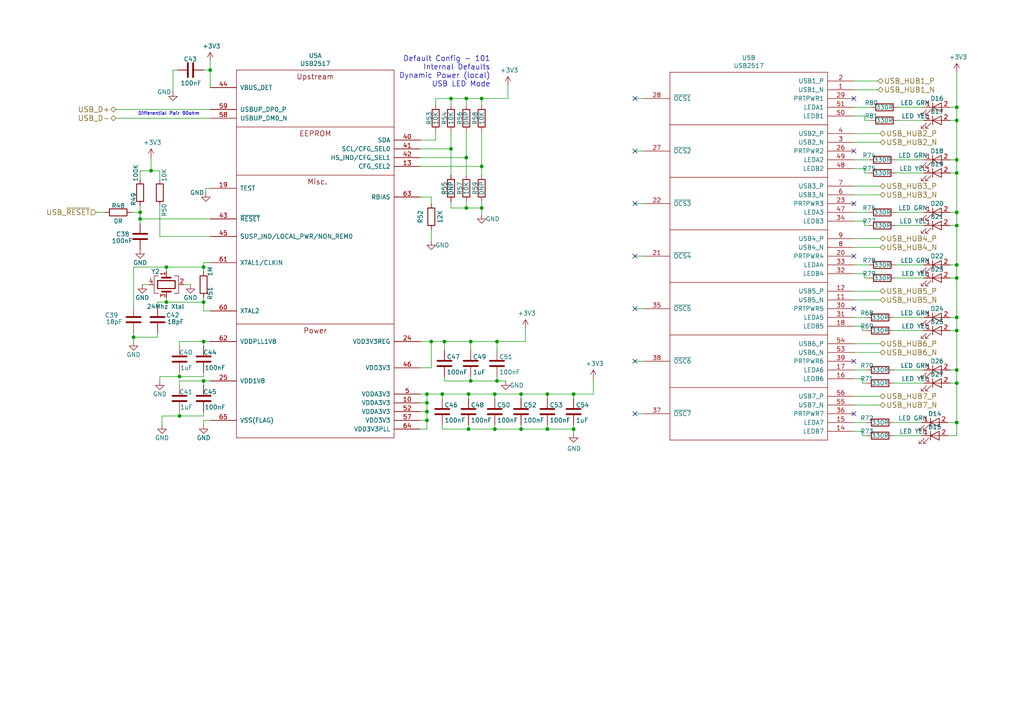
<source format=kicad_sch>
(kicad_sch (version 20211123) (generator eeschema)
  (paper "A4")
  (title_block (title "84HP HILTOP Backplane") (date "2023-04-06") (rev "A") (company "Devtank Ltd") (comment 1 "Part No: 304-020"))
  (lib_symbols
    (symbol "Device:Crystal_GND24" (pin_names (offset 1.016) hide)
      (property "Reference" "Y" (at 3.175 5.08 0))
      (property "Value" "Crystal_GND24" (at 3.175 3.175 0))
      (symbol "Crystal_GND24_0_1"
        (rectangle (start -1.143 2.54) (end 1.143 -2.54) (stroke (width 0.3048)))
        (polyline (pts (xy -2.54 0) (xy -2.032 0)))
        (polyline (pts (xy -2.032 -1.27) (xy -2.032 1.27)) (stroke (width 0.508)))
        (polyline (pts (xy 0 -3.81) (xy 0 -3.556)))
        (polyline (pts (xy 0 3.556) (xy 0 3.81)))
        (polyline (pts (xy 2.032 -1.27) (xy 2.032 1.27)) (stroke (width 0.508)))
        (polyline (pts (xy 2.032 0) (xy 2.54 0)))
        (polyline (pts (xy -2.54 -2.286) (xy -2.54 -3.556) (xy 2.54 -3.556) (xy 2.54 -2.286)))
        (polyline (pts (xy -2.54 2.286) (xy -2.54 3.556) (xy 2.54 3.556) (xy 2.54 2.286)))
      )
      (symbol "Crystal_GND24_1_1"
        (pin passive line (at -3.81 0 0) (length 1.27) (name "1") (number "1"))
        (pin passive line (at 0 5.08 270) (length 1.27) (name "2") (number "2"))
        (pin passive line (at 3.81 0 180) (length 1.27) (name "3") (number "3"))
        (pin passive line (at 0 -5.08 90) (length 1.27) (name "4") (number "4"))
      )
    )
    (symbol "hiltop_backplane_brd-rescue:C-device-hiltop_backplane_brd-rescue" (pin_numbers hide) (pin_names (offset 0.254))
      (property "Reference" "C" (at 0.635 2.54 0))
      (property "Value" "C-device-hiltop_backplane_brd-rescue" (at 0.635 -2.54 0))
      (symbol "C-device-hiltop_backplane_brd-rescue_0_1"
        (polyline (pts (xy -2.032 -0.762) (xy 2.032 -0.762)) (stroke (width 0.508)))
        (polyline (pts (xy -2.032 0.762) (xy 2.032 0.762)) (stroke (width 0.508)))
      )
      (symbol "C-device-hiltop_backplane_brd-rescue_1_1"
        (pin passive line (at 0 3.81 270) (length 2.794) (name "~") (number "1"))
        (pin passive line (at 0 -3.81 90) (length 2.794) (name "~") (number "2"))
      )
    )
    (symbol "hiltop_backplane_brd-rescue:LED-device-hiltop_backplane_brd-rescue" (pin_names (offset 1.016) hide)
      (property "Reference" "D" (at 0 2.54 0))
      (property "Value" "LED-device-hiltop_backplane_brd-rescue" (at 0 -2.54 0))
      (symbol "LED-device-hiltop_backplane_brd-rescue_0_1"
        (polyline (pts (xy -1.27 -1.27) (xy -1.27 1.27)) (stroke (width 0.2032)))
        (polyline (pts (xy -1.27 0) (xy 1.27 0)))
        (polyline (pts (xy 1.27 -1.27) (xy 1.27 1.27) (xy -1.27 0) (xy 1.27 -1.27)) (stroke (width 0.2032)))
        (polyline (pts (xy -3.048 -0.762) (xy -4.572 -2.286) (xy -3.81 -2.286) (xy -4.572 -2.286) (xy -4.572 -1.524)))
        (polyline (pts (xy -1.778 -0.762) (xy -3.302 -2.286) (xy -2.54 -2.286) (xy -3.302 -2.286) (xy -3.302 -1.524)))
      )
      (symbol "LED-device-hiltop_backplane_brd-rescue_1_1"
        (pin passive line (at -3.81 0 0) (length 2.54) (name "K") (number "1"))
        (pin passive line (at 3.81 0 180) (length 2.54) (name "A") (number "2"))
      )
    )
    (symbol "hiltop_backplane_brd-rescue:R-device-hiltop_backplane_brd-rescue" (pin_numbers hide) (pin_names (offset 0))
      (property "Reference" "R" (at 2.032 0 90))
      (property "Value" "R-device-hiltop_backplane_brd-rescue" (at 0 0 90))
      (symbol "R-device-hiltop_backplane_brd-rescue_0_1"
        (rectangle (start -1.016 -2.54) (end 1.016 2.54) (stroke (width 0.254)))
      )
      (symbol "R-device-hiltop_backplane_brd-rescue_1_1"
        (pin passive line (at 0 3.81 270) (length 1.27) (name "~") (number "1"))
        (pin passive line (at 0 -3.81 90) (length 1.27) (name "~") (number "2"))
      )
    )
    (symbol "hiltop_backplane_brd-rescue:USB2517-Devtank-hiltop_backplane_brd-rescue" (pin_names (offset 1.016))
      (property "Reference" "U" (at -20.955 -61.595 0))
      (property "Value" "USB2517-Devtank-hiltop_backplane_brd-rescue" (at 18.415 -61.595 0))
      (symbol "USB2517-Devtank-hiltop_backplane_brd-rescue_1_0"
        (rectangle (start -22.86 -59.69) (end 22.86 46.99))
        (polyline (pts (xy -22.86 -26.67) (xy 22.86 -26.67)))
        (polyline (pts (xy -22.86 16.51) (xy 22.86 16.51)))
        (text "EEPROM" (at 0 28.575 0) (effects (font (size 1.524 1.524))))
        (text "Misc." (at 0.635 14.605 0) (effects (font (size 1.524 1.524))))
        (text "Power" (at 0 -28.575 0) (effects (font (size 1.524 1.524))))
        (text "Upstream" (at 0 45.085 0) (effects (font (size 1.524 1.524))))
      )
      (symbol "USB2517-Devtank-hiltop_backplane_brd-rescue_1_1"
        (polyline (pts (xy -22.86 30.48) (xy 22.86 30.48)))
        (pin input line (at 30.48 -49.53 180) (length 7.62) (name "VDDA3V3") (number "10"))
        (pin input line (at 30.48 19.05 180) (length 7.62) (name "CFG_SEL2") (number "13"))
        (pin input line (at -30.48 12.7 0) (length 7.62) (name "TEST") (number "19"))
        (pin input line (at 30.48 -31.75 180) (length 7.62) (name "VDD3V3REG") (number "24"))
        (pin input line (at -30.48 -43.18 0) (length 7.62) (name "VDD1V8") (number "25"))
        (pin bidirectional line (at 30.48 26.67 180) (length 7.62) (name "SDA") (number "40"))
        (pin bidirectional line (at 30.48 24.13 180) (length 7.62) (name "SCL/CFG_SEL0") (number "41"))
        (pin input line (at 30.48 21.59 180) (length 7.62) (name "HS_IND/CFG_SEL1") (number "42"))
        (pin input line (at -30.48 3.81 0) (length 7.62) (name "~{RESET}") (number "43"))
        (pin input line (at -30.48 41.91 0) (length 7.62) (name "VBUS_DET") (number "44"))
        (pin input line (at -30.48 -1.27 0) (length 7.62) (name "SUSP_IND/LOCAL_PWR/NON_REM0") (number "45"))
        (pin input line (at 30.48 -39.37 180) (length 7.62) (name "VDD3V3") (number "46"))
        (pin input line (at 30.48 -46.99 180) (length 7.62) (name "VDDA3V3") (number "5"))
        (pin input line (at 30.48 -52.07 180) (length 7.62) (name "VDDA3V3") (number "52"))
        (pin input line (at 30.48 -54.61 180) (length 7.62) (name "VDD3V3") (number "57"))
        (pin input line (at -30.48 33.02 0) (length 7.62) (name "USBUP_DM0_N") (number "58"))
        (pin input line (at -30.48 35.56 0) (length 7.62) (name "USBUP_DP0_P") (number "59"))
        (pin bidirectional line (at -30.48 -22.86 0) (length 7.62) (name "XTAL2") (number "60"))
        (pin bidirectional line (at -30.48 -8.89 0) (length 7.62) (name "XTAL1/CLKIN") (number "61"))
        (pin input line (at -30.48 -31.75 0) (length 7.62) (name "VDDPLL1V8") (number "62"))
        (pin input line (at 30.48 10.16 180) (length 7.62) (name "RBIAS") (number "63"))
        (pin input line (at 30.48 -57.15 180) (length 7.62) (name "VDD3V3PLL") (number "64"))
        (pin input line (at -30.48 -54.61 0) (length 7.62) (name "VSS(FLAG)") (number "65"))
      )
      (symbol "USB2517-Devtank-hiltop_backplane_brd-rescue_2_0"
        (rectangle (start -22.86 -59.69) (end 22.86 46.99))
        (polyline (pts (xy 22.86 -44.45) (xy -22.86 -44.45)))
        (polyline (pts (xy 22.86 -29.21) (xy -22.86 -29.21)))
        (polyline (pts (xy 22.86 -13.97) (xy -22.86 -13.97)))
        (polyline (pts (xy 22.86 1.27) (xy -22.86 1.27)))
        (polyline (pts (xy 22.86 16.51) (xy -22.86 16.51)))
        (polyline (pts (xy 22.86 31.75) (xy -22.86 31.75)))
      )
      (symbol "USB2517-Devtank-hiltop_backplane_brd-rescue_2_1"
        (pin bidirectional line (at 30.48 41.91 180) (length 7.62) (name "USB1_N") (number "1"))
        (pin bidirectional line (at 30.48 -19.05 180) (length 7.62) (name "USB5_N") (number "11"))
        (pin bidirectional line (at 30.48 -16.51 180) (length 7.62) (name "USB5_P") (number "12"))
        (pin output line (at 30.48 -57.15 180) (length 7.62) (name "LEDB7") (number "14"))
        (pin output line (at 30.48 -54.61 180) (length 7.62) (name "LEDA7") (number "15"))
        (pin output line (at 30.48 -41.91 180) (length 7.62) (name "LEDB6") (number "16"))
        (pin output line (at 30.48 -39.37 180) (length 7.62) (name "LEDA6") (number "17"))
        (pin output line (at 30.48 -26.67 180) (length 7.62) (name "LEDB5") (number "18"))
        (pin bidirectional line (at 30.48 44.45 180) (length 7.62) (name "USB1_P") (number "2"))
        (pin input line (at 30.48 -6.35 180) (length 7.62) (name "PRTPWR4") (number "20"))
        (pin input line (at -30.48 -6.35 0) (length 7.62) (name "~{OCS4}") (number "21"))
        (pin input line (at -30.48 8.89 0) (length 7.62) (name "~{OCS3}") (number "22"))
        (pin input line (at 30.48 8.89 180) (length 7.62) (name "PRTPWR3") (number "23"))
        (pin input line (at 30.48 24.13 180) (length 7.62) (name "PRTPWR2") (number "26"))
        (pin input line (at -30.48 24.13 0) (length 7.62) (name "~{OCS2}") (number "27"))
        (pin input line (at -30.48 39.37 0) (length 7.62) (name "~{OCS1}") (number "28"))
        (pin input line (at 30.48 39.37 180) (length 7.62) (name "PRTPWR1") (number "29"))
        (pin bidirectional line (at 30.48 26.67 180) (length 7.62) (name "USB2_N") (number "3"))
        (pin input line (at 30.48 -21.59 180) (length 7.62) (name "PRTPWR5") (number "30"))
        (pin output line (at 30.48 -24.13 180) (length 7.62) (name "LEDA5") (number "31"))
        (pin output line (at 30.48 -11.43 180) (length 7.62) (name "LEDB4") (number "32"))
        (pin output line (at 30.48 -8.89 180) (length 7.62) (name "LEDA4") (number "33"))
        (pin output line (at 30.48 3.81 180) (length 7.62) (name "LEDB3") (number "34"))
        (pin input line (at -30.48 -21.59 0) (length 7.62) (name "~{OSC5}") (number "35"))
        (pin input line (at 30.48 -52.07 180) (length 7.62) (name "PRTPWR7") (number "36"))
        (pin input line (at -30.48 -52.07 0) (length 7.62) (name "~{OSC7}") (number "37"))
        (pin input line (at -30.48 -36.83 0) (length 7.62) (name "~{OSC6}") (number "38"))
        (pin input line (at 30.48 -36.83 180) (length 7.62) (name "PRTPWR6") (number "39"))
        (pin bidirectional line (at 30.48 29.21 180) (length 7.62) (name "USB2_P") (number "4"))
        (pin output line (at 30.48 6.35 180) (length 7.62) (name "LEDA3") (number "47"))
        (pin output line (at 30.48 19.05 180) (length 7.62) (name "LEDB2") (number "48"))
        (pin output line (at 30.48 21.59 180) (length 7.62) (name "LEDA2") (number "49"))
        (pin output line (at 30.48 34.29 180) (length 7.62) (name "LEDB1") (number "50"))
        (pin output line (at 30.48 36.83 180) (length 7.62) (name "LEDA1") (number "51"))
        (pin bidirectional line (at 30.48 -34.29 180) (length 7.62) (name "USB6_N") (number "53"))
        (pin bidirectional line (at 30.48 -31.75 180) (length 7.62) (name "USB6_P") (number "54"))
        (pin bidirectional line (at 30.48 -49.53 180) (length 7.62) (name "USB7_N") (number "55"))
        (pin bidirectional line (at 30.48 -46.99 180) (length 7.62) (name "USB7_P") (number "56"))
        (pin bidirectional line (at 30.48 11.43 180) (length 7.62) (name "USB3_N") (number "6"))
        (pin bidirectional line (at 30.48 13.97 180) (length 7.62) (name "USB3_P") (number "7"))
        (pin bidirectional line (at 30.48 -3.81 180) (length 7.62) (name "USB4_N") (number "8"))
        (pin bidirectional line (at 30.48 -1.27 180) (length 7.62) (name "USB4_P") (number "9"))
      )
    )
    (symbol "power:+3V3" (power) (pin_names (offset 0))
      (property "Value" "+3V3" (at 0 3.556 0))
      (symbol "+3V3_0_1"
        (polyline (pts (xy -0.762 1.27) (xy 0 2.54)))
        (polyline (pts (xy 0 0) (xy 0 2.54)))
        (polyline (pts (xy 0 2.54) (xy 0.762 1.27)))
      )
      (symbol "+3V3_1_1"
        (pin power_in line (at 0 0 90) (length 0) hide (name "+3V3") (number "1"))
      )
    )
    (symbol "power:GND" (power) (pin_names (offset 0))
      (property "Value" "GND" (at 0 -3.81 0))
      (symbol "GND_0_1"
        (polyline (pts (xy 0 0) (xy 0 -1.27) (xy 1.27 -1.27) (xy 0 -2.54) (xy -1.27 -1.27) (xy 0 -1.27)))
      )
      (symbol "GND_1_1"
        (pin power_in line (at 0 0 270) (length 0) hide (name "GND") (number "1"))
      )
    )
  )
  (junction (at 59.055 110.49))
  (junction (at 59.055 77.47))
  (junction (at 143.51 114.3))
  (junction (at 40.64 63.5))
  (junction (at 52.07 120.65))
  (junction (at 128.27 114.3))
  (junction (at 59.055 87.63))
  (junction (at 136.525 99.06))
  (junction (at 135.89 124.46))
  (junction (at 277.495 80.645))
  (junction (at 125.095 99.06))
  (junction (at 48.26 87.63))
  (junction (at 277.495 92.075))
  (junction (at 135.255 45.72))
  (junction (at 136.525 110.49))
  (junction (at 139.7 48.26))
  (junction (at 166.37 114.3))
  (junction (at 151.13 114.3))
  (junction (at 143.51 124.46))
  (junction (at 277.495 107.315))
  (junction (at 130.81 43.18))
  (junction (at 139.7 60.325))
  (junction (at 151.13 124.46))
  (junction (at 135.255 28.575))
  (junction (at 158.75 114.3))
  (junction (at 277.495 76.835))
  (junction (at 52.07 109.22))
  (junction (at 59.055 99.06))
  (junction (at 48.26 77.47))
  (junction (at 123.825 121.92))
  (junction (at 277.495 65.405))
  (junction (at 277.495 34.925))
  (junction (at 43.815 49.53))
  (junction (at 123.825 116.84))
  (junction (at 130.81 28.575))
  (junction (at 144.145 110.49))
  (junction (at 40.64 61.595))
  (junction (at 123.825 114.3))
  (junction (at 139.7 28.575))
  (junction (at 277.495 95.885))
  (junction (at 166.37 124.46))
  (junction (at 128.905 99.06))
  (junction (at 277.495 122.555))
  (junction (at 38.735 97.79))
  (junction (at 158.75 124.46))
  (junction (at 277.495 46.355))
  (junction (at 60.96 20.32))
  (junction (at 135.89 114.3))
  (junction (at 144.145 99.06))
  (junction (at 277.495 61.595))
  (junction (at 277.495 31.115))
  (junction (at 135.255 60.325))
  (junction (at 277.495 111.125))
  (junction (at 277.495 50.165))
  (junction (at 123.825 119.38))
  (no_connect (at 247.65 43.815))
  (no_connect (at 184.15 120.015))
  (no_connect (at 247.65 74.295))
  (no_connect (at 184.15 104.775))
  (no_connect (at 247.65 89.535))
  (no_connect (at 247.65 59.055))
  (no_connect (at 247.65 104.775))
  (no_connect (at 184.15 59.055))
  (no_connect (at 184.15 74.295))
  (no_connect (at 184.15 43.815))
  (no_connect (at 247.65 120.015))
  (no_connect (at 184.15 89.535))
  (no_connect (at 247.65 28.575))
  (no_connect (at 184.15 28.575))
  (wire (pts (xy 59.055 120.65) (xy 52.07 120.65)))
  (wire (pts (xy 59.055 100.33) (xy 59.055 99.06)))
  (wire (pts (xy 250.825 33.655) (xy 250.825 34.925)))
  (wire (pts (xy 126.365 30.48) (xy 126.365 28.575)))
  (wire (pts (xy 247.65 122.555) (xy 251.46 122.555)))
  (wire (pts (xy 139.7 48.26) (xy 139.7 38.1)))
  (wire (pts (xy 277.495 95.885) (xy 277.495 107.315)))
  (wire (pts (xy 38.735 99.06) (xy 38.735 97.79)))
  (wire (pts (xy 128.27 115.57) (xy 128.27 114.3)))
  (wire (pts (xy 275.59 50.165) (xy 277.495 50.165)))
  (wire (pts (xy 60.96 90.17) (xy 59.055 90.17)))
  (wire (pts (xy 139.7 60.325) (xy 139.7 58.42)))
  (wire (pts (xy 52.07 109.22) (xy 52.07 107.95)))
  (wire (pts (xy 247.65 61.595) (xy 252.095 61.595)))
  (wire (pts (xy 158.75 124.46) (xy 166.37 124.46)))
  (wire (pts (xy 147.32 24.765) (xy 147.32 28.575)))
  (wire (pts (xy 52.07 110.49) (xy 52.07 111.76)))
  (wire (pts (xy 151.13 114.3) (xy 158.75 114.3)))
  (wire (pts (xy 247.65 86.995) (xy 255.27 86.995)))
  (wire (pts (xy 184.15 28.575) (xy 186.69 28.575)))
  (wire (pts (xy 247.65 107.315) (xy 251.46 107.315)))
  (wire (pts (xy 59.055 99.06) (xy 60.96 99.06)))
  (wire (pts (xy 128.27 124.46) (xy 135.89 124.46)))
  (wire (pts (xy 247.65 114.935) (xy 255.27 114.935)))
  (wire (pts (xy 130.81 28.575) (xy 135.255 28.575)))
  (wire (pts (xy 130.81 58.42) (xy 130.81 60.325)))
  (wire (pts (xy 59.055 119.38) (xy 59.055 120.65)))
  (wire (pts (xy 275.59 92.075) (xy 277.495 92.075)))
  (wire (pts (xy 259.715 46.355) (xy 267.97 46.355)))
  (wire (pts (xy 38.735 77.47) (xy 48.26 77.47)))
  (wire (pts (xy 247.65 99.695) (xy 255.27 99.695)))
  (wire (pts (xy 151.13 123.19) (xy 151.13 124.46)))
  (wire (pts (xy 60.96 121.92) (xy 59.055 121.92)))
  (wire (pts (xy 123.825 114.3) (xy 128.27 114.3)))
  (wire (pts (xy 277.495 31.115) (xy 277.495 34.925)))
  (wire (pts (xy 247.65 94.615) (xy 250.19 94.615)))
  (wire (pts (xy 250.825 79.375) (xy 250.825 80.645)))
  (wire (pts (xy 260.35 34.925) (xy 267.97 34.925)))
  (wire (pts (xy 259.715 50.165) (xy 267.97 50.165)))
  (wire (pts (xy 123.825 119.38) (xy 123.825 116.84)))
  (wire (pts (xy 259.08 95.885) (xy 267.97 95.885)))
  (wire (pts (xy 259.08 92.075) (xy 267.97 92.075)))
  (wire (pts (xy 250.825 65.405) (xy 252.095 65.405)))
  (wire (pts (xy 126.365 40.64) (xy 126.365 38.1)))
  (wire (pts (xy 125.095 106.68) (xy 121.92 106.68)))
  (wire (pts (xy 121.92 124.46) (xy 123.825 124.46)))
  (wire (pts (xy 59.69 54.61) (xy 59.69 55.88)))
  (wire (pts (xy 50.165 26.67) (xy 50.165 20.32)))
  (wire (pts (xy 166.37 124.46) (xy 166.37 125.73)))
  (wire (pts (xy 46.355 49.53) (xy 43.815 49.53)))
  (wire (pts (xy 135.89 124.46) (xy 143.51 124.46)))
  (wire (pts (xy 247.65 125.095) (xy 250.19 125.095)))
  (wire (pts (xy 247.65 84.455) (xy 255.27 84.455)))
  (wire (pts (xy 40.64 64.77) (xy 40.64 63.5)))
  (wire (pts (xy 40.64 49.53) (xy 40.64 52.07)))
  (wire (pts (xy 125.095 99.06) (xy 125.095 106.68)))
  (wire (pts (xy 144.145 99.06) (xy 152.4 99.06)))
  (wire (pts (xy 139.7 48.26) (xy 139.7 50.8)))
  (wire (pts (xy 60.96 68.58) (xy 46.355 68.58)))
  (wire (pts (xy 121.92 48.26) (xy 139.7 48.26)))
  (wire (pts (xy 121.92 121.92) (xy 123.825 121.92)))
  (wire (pts (xy 46.355 109.22) (xy 46.355 110.49)))
  (wire (pts (xy 130.81 60.325) (xy 135.255 60.325)))
  (wire (pts (xy 247.65 53.975) (xy 255.27 53.975)))
  (wire (pts (xy 135.89 115.57) (xy 135.89 114.3)))
  (wire (pts (xy 158.75 123.19) (xy 158.75 124.46)))
  (wire (pts (xy 275.59 31.115) (xy 277.495 31.115)))
  (wire (pts (xy 275.59 76.835) (xy 277.495 76.835)))
  (wire (pts (xy 151.13 115.57) (xy 151.13 114.3)))
  (wire (pts (xy 45.72 87.63) (xy 48.26 87.63)))
  (wire (pts (xy 250.19 95.885) (xy 251.46 95.885)))
  (wire (pts (xy 128.27 123.19) (xy 128.27 124.46)))
  (wire (pts (xy 259.715 80.645) (xy 267.97 80.645)))
  (wire (pts (xy 48.26 87.63) (xy 59.055 87.63)))
  (wire (pts (xy 250.19 111.125) (xy 251.46 111.125)))
  (wire (pts (xy 277.495 80.645) (xy 277.495 76.835)))
  (wire (pts (xy 275.59 65.405) (xy 277.495 65.405)))
  (wire (pts (xy 135.255 45.72) (xy 135.255 38.1)))
  (wire (pts (xy 45.72 96.52) (xy 45.72 97.79)))
  (wire (pts (xy 250.19 94.615) (xy 250.19 95.885)))
  (wire (pts (xy 277.495 50.165) (xy 277.495 46.355)))
  (wire (pts (xy 135.255 28.575) (xy 139.7 28.575)))
  (wire (pts (xy 135.255 30.48) (xy 135.255 28.575)))
  (wire (pts (xy 143.51 123.19) (xy 143.51 124.46)))
  (wire (pts (xy 259.715 65.405) (xy 267.97 65.405)))
  (wire (pts (xy 250.19 109.855) (xy 250.19 111.125)))
  (wire (pts (xy 259.08 107.315) (xy 267.97 107.315)))
  (wire (pts (xy 250.825 34.925) (xy 252.73 34.925)))
  (wire (pts (xy 184.15 43.815) (xy 186.69 43.815)))
  (wire (pts (xy 125.095 66.675) (xy 125.095 69.85)))
  (wire (pts (xy 121.92 99.06) (xy 125.095 99.06)))
  (wire (pts (xy 59.055 20.32) (xy 60.96 20.32)))
  (wire (pts (xy 60.96 17.78) (xy 60.96 20.32)))
  (wire (pts (xy 128.905 109.22) (xy 128.905 110.49)))
  (wire (pts (xy 259.08 111.125) (xy 267.97 111.125)))
  (wire (pts (xy 247.65 76.835) (xy 252.095 76.835)))
  (wire (pts (xy 38.1 61.595) (xy 40.64 61.595)))
  (wire (pts (xy 247.65 109.855) (xy 250.19 109.855)))
  (wire (pts (xy 59.055 110.49) (xy 59.055 111.76)))
  (wire (pts (xy 128.905 99.06) (xy 128.905 101.6)))
  (wire (pts (xy 128.27 114.3) (xy 135.89 114.3)))
  (wire (pts (xy 59.055 107.95) (xy 59.055 109.22)))
  (wire (pts (xy 277.495 80.645) (xy 277.495 92.075)))
  (wire (pts (xy 43.815 45.72) (xy 43.815 49.53)))
  (wire (pts (xy 52.07 100.33) (xy 52.07 99.06)))
  (wire (pts (xy 247.65 56.515) (xy 255.27 56.515)))
  (wire (pts (xy 275.59 46.355) (xy 277.495 46.355)))
  (wire (pts (xy 123.825 116.84) (xy 123.825 114.3)))
  (wire (pts (xy 277.495 34.925) (xy 275.59 34.925)))
  (wire (pts (xy 48.26 86.36) (xy 48.26 87.63)))
  (wire (pts (xy 40.64 61.595) (xy 40.64 59.69)))
  (wire (pts (xy 247.65 26.035) (xy 254.635 26.035)))
  (wire (pts (xy 277.495 61.595) (xy 277.495 50.165)))
  (wire (pts (xy 166.37 114.3) (xy 172.085 114.3)))
  (wire (pts (xy 250.19 125.095) (xy 250.19 126.365)))
  (wire (pts (xy 136.525 110.49) (xy 144.145 110.49)))
  (wire (pts (xy 260.35 31.115) (xy 267.97 31.115)))
  (wire (pts (xy 130.81 43.18) (xy 130.81 50.8)))
  (wire (pts (xy 250.825 80.645) (xy 252.095 80.645)))
  (wire (pts (xy 275.59 107.315) (xy 277.495 107.315)))
  (wire (pts (xy 247.65 117.475) (xy 255.27 117.475)))
  (wire (pts (xy 121.92 119.38) (xy 123.825 119.38)))
  (wire (pts (xy 59.055 109.22) (xy 52.07 109.22)))
  (wire (pts (xy 277.495 46.355) (xy 277.495 34.925)))
  (wire (pts (xy 277.495 76.835) (xy 277.495 65.405)))
  (wire (pts (xy 136.525 101.6) (xy 136.525 99.06)))
  (wire (pts (xy 60.96 76.2) (xy 59.055 76.2)))
  (wire (pts (xy 247.65 41.275) (xy 255.27 41.275)))
  (wire (pts (xy 135.89 123.19) (xy 135.89 124.46)))
  (wire (pts (xy 277.495 65.405) (xy 277.495 61.595)))
  (wire (pts (xy 277.495 20.955) (xy 277.495 31.115)))
  (wire (pts (xy 247.65 31.115) (xy 252.73 31.115)))
  (wire (pts (xy 247.65 48.895) (xy 250.825 48.895)))
  (wire (pts (xy 130.81 43.18) (xy 130.81 38.1)))
  (wire (pts (xy 121.92 57.15) (xy 125.095 57.15)))
  (wire (pts (xy 247.65 79.375) (xy 250.825 79.375)))
  (wire (pts (xy 172.085 109.855) (xy 172.085 114.3)))
  (wire (pts (xy 38.735 77.47) (xy 38.735 88.9)))
  (wire (pts (xy 158.75 115.57) (xy 158.75 114.3)))
  (wire (pts (xy 59.055 77.47) (xy 59.055 78.74)))
  (wire (pts (xy 53.34 82.55) (xy 55.245 82.55)))
  (wire (pts (xy 139.7 62.23) (xy 139.7 60.325)))
  (wire (pts (xy 184.15 89.535) (xy 186.69 89.535)))
  (wire (pts (xy 125.095 99.06) (xy 128.905 99.06)))
  (wire (pts (xy 135.255 45.72) (xy 135.255 50.8)))
  (wire (pts (xy 277.495 92.075) (xy 277.495 95.885)))
  (wire (pts (xy 259.08 126.365) (xy 267.335 126.365)))
  (wire (pts (xy 259.715 76.835) (xy 267.97 76.835)))
  (wire (pts (xy 158.75 114.3) (xy 166.37 114.3)))
  (wire (pts (xy 184.15 104.775) (xy 186.69 104.775)))
  (wire (pts (xy 130.81 30.48) (xy 130.81 28.575)))
  (wire (pts (xy 52.07 120.65) (xy 52.07 119.38)))
  (wire (pts (xy 33.655 34.29) (xy 60.96 34.29)))
  (wire (pts (xy 60.96 63.5) (xy 40.64 63.5)))
  (wire (pts (xy 139.7 28.575) (xy 139.7 30.48)))
  (wire (pts (xy 247.65 92.075) (xy 251.46 92.075)))
  (wire (pts (xy 121.92 45.72) (xy 135.255 45.72)))
  (wire (pts (xy 184.15 120.015) (xy 186.69 120.015)))
  (wire (pts (xy 59.055 87.63) (xy 59.055 90.17)))
  (wire (pts (xy 46.355 68.58) (xy 46.355 59.69)))
  (wire (pts (xy 46.355 52.07) (xy 46.355 49.53)))
  (wire (pts (xy 247.65 33.655) (xy 250.825 33.655)))
  (wire (pts (xy 275.59 61.595) (xy 277.495 61.595)))
  (wire (pts (xy 184.15 59.055) (xy 186.69 59.055)))
  (wire (pts (xy 60.96 110.49) (xy 59.055 110.49)))
  (wire (pts (xy 30.48 61.595) (xy 27.94 61.595)))
  (wire (pts (xy 52.07 99.06) (xy 59.055 99.06)))
  (wire (pts (xy 41.275 82.55) (xy 43.18 82.55)))
  (wire (pts (xy 45.72 88.9) (xy 45.72 87.63)))
  (wire (pts (xy 126.365 28.575) (xy 130.81 28.575)))
  (wire (pts (xy 144.145 110.49) (xy 144.145 109.22)))
  (wire (pts (xy 38.735 97.79) (xy 38.735 96.52)))
  (wire (pts (xy 151.13 124.46) (xy 158.75 124.46)))
  (wire (pts (xy 135.89 114.3) (xy 143.51 114.3)))
  (wire (pts (xy 259.08 122.555) (xy 267.335 122.555)))
  (wire (pts (xy 250.825 64.135) (xy 250.825 65.405)))
  (wire (pts (xy 166.37 114.3) (xy 166.37 115.57)))
  (wire (pts (xy 143.51 115.57) (xy 143.51 114.3)))
  (wire (pts (xy 250.825 50.165) (xy 252.095 50.165)))
  (wire (pts (xy 121.92 116.84) (xy 123.825 116.84)))
  (wire (pts (xy 50.165 20.32) (xy 51.435 20.32)))
  (wire (pts (xy 166.37 124.46) (xy 166.37 123.19)))
  (wire (pts (xy 45.72 97.79) (xy 38.735 97.79)))
  (wire (pts (xy 274.955 126.365) (xy 277.495 126.365)))
  (wire (pts (xy 184.15 74.295) (xy 186.69 74.295)))
  (wire (pts (xy 123.825 124.46) (xy 123.825 121.92)))
  (wire (pts (xy 60.96 54.61) (xy 59.69 54.61)))
  (wire (pts (xy 136.525 109.22) (xy 136.525 110.49)))
  (wire (pts (xy 135.255 60.325) (xy 139.7 60.325)))
  (wire (pts (xy 121.92 114.3) (xy 123.825 114.3)))
  (wire (pts (xy 46.99 120.65) (xy 46.99 123.19)))
  (wire (pts (xy 59.055 110.49) (xy 52.07 110.49)))
  (wire (pts (xy 146.685 110.49) (xy 144.145 110.49)))
  (wire (pts (xy 33.655 31.75) (xy 60.96 31.75)))
  (wire (pts (xy 247.65 64.135) (xy 250.825 64.135)))
  (wire (pts (xy 275.59 80.645) (xy 277.495 80.645)))
  (wire (pts (xy 139.7 28.575) (xy 147.32 28.575)))
  (wire (pts (xy 128.905 99.06) (xy 136.525 99.06)))
  (wire (pts (xy 277.495 107.315) (xy 277.495 111.125)))
  (wire (pts (xy 247.65 46.355) (xy 252.095 46.355)))
  (wire (pts (xy 59.055 121.92) (xy 59.055 123.19)))
  (wire (pts (xy 247.65 38.735) (xy 255.27 38.735)))
  (wire (pts (xy 250.19 126.365) (xy 251.46 126.365)))
  (wire (pts (xy 250.825 48.895) (xy 250.825 50.165)))
  (wire (pts (xy 59.055 76.2) (xy 59.055 77.47)))
  (wire (pts (xy 121.92 40.64) (xy 126.365 40.64)))
  (wire (pts (xy 275.59 95.885) (xy 277.495 95.885)))
  (wire (pts (xy 46.355 109.22) (xy 52.07 109.22)))
  (wire (pts (xy 59.055 86.36) (xy 59.055 87.63)))
  (wire (pts (xy 136.525 99.06) (xy 144.145 99.06)))
  (wire (pts (xy 121.92 43.18) (xy 130.81 43.18)))
  (wire (pts (xy 274.955 122.555) (xy 277.495 122.555)))
  (wire (pts (xy 125.095 57.15) (xy 125.095 59.055)))
  (wire (pts (xy 277.495 122.555) (xy 277.495 111.125)))
  (wire (pts (xy 144.145 99.06) (xy 144.145 101.6)))
  (wire (pts (xy 247.65 23.495) (xy 254.635 23.495)))
  (wire (pts (xy 128.905 110.49) (xy 136.525 110.49)))
  (wire (pts (xy 247.65 71.755) (xy 255.27 71.755)))
  (wire (pts (xy 40.64 63.5) (xy 40.64 61.595)))
  (wire (pts (xy 48.26 77.47) (xy 59.055 77.47)))
  (wire (pts (xy 152.4 95.25) (xy 152.4 99.06)))
  (wire (pts (xy 43.815 49.53) (xy 40.64 49.53)))
  (wire (pts (xy 52.07 120.65) (xy 46.99 120.65)))
  (wire (pts (xy 48.26 78.74) (xy 48.26 77.47)))
  (wire (pts (xy 277.495 126.365) (xy 277.495 122.555)))
  (wire (pts (xy 123.825 121.92) (xy 123.825 119.38)))
  (wire (pts (xy 143.51 124.46) (xy 151.13 124.46)))
  (wire (pts (xy 143.51 114.3) (xy 151.13 114.3)))
  (wire (pts (xy 247.65 102.235) (xy 255.27 102.235)))
  (wire (pts (xy 259.715 61.595) (xy 267.97 61.595)))
  (wire (pts (xy 60.96 20.32) (xy 60.96 25.4)))
  (wire (pts (xy 135.255 58.42) (xy 135.255 60.325)))
  (wire (pts (xy 247.65 69.215) (xy 255.27 69.215)))
  (wire (pts (xy 275.59 111.125) (xy 277.495 111.125)))
  (text "Differential Pair 90ohm" (at 40.005 33.655 0) (effects (font (size 0.9906 0.9906)) (justify left bottom)))
  (text "Default Config - 101\nInternal Defaults\nDynamic Power (local)\nUSB LED Mode" (at 142.24 25.4 0) (effects (font (size 1.524 1.524)) (justify right bottom)))
  (hierarchical_label "USB_HUB3_P" (shape bidirectional) (at 255.27 53.975 0) (effects (font (size 1.524 1.524))))
  (hierarchical_label "USB_HUB6_N" (shape bidirectional) (at 255.27 102.235 0) (effects (font (size 1.524 1.524))))
  (hierarchical_label "USB_HUB4_N" (shape bidirectional) (at 255.27 71.755 0) (effects (font (size 1.524 1.524))))
  (hierarchical_label "USB_HUB3_N" (shape bidirectional) (at 255.27 56.515 0) (effects (font (size 1.524 1.524))))
  (hierarchical_label "USB_D+" (shape bidirectional) (at 33.655 31.75 180) (effects (font (size 1.524 1.524))))
  (hierarchical_label "USB_HUB6_P" (shape bidirectional) (at 255.27 99.695 0) (effects (font (size 1.524 1.524))))
  (hierarchical_label "USB_HUB2_P" (shape bidirectional) (at 255.27 38.735 0) (effects (font (size 1.524 1.524))))
  (hierarchical_label "USB_HUB1_P" (shape bidirectional) (at 254.635 23.495 0) (effects (font (size 1.524 1.524))))
  (hierarchical_label "USB_~{RESET}" (shape input) (at 27.94 61.595 180) (effects (font (size 1.524 1.524))))
  (hierarchical_label "USB_HUB7_N" (shape bidirectional) (at 255.27 117.475 0) (effects (font (size 1.524 1.524))))
  (hierarchical_label "USB_HUB4_P" (shape bidirectional) (at 255.27 69.215 0) (effects (font (size 1.524 1.524))))
  (hierarchical_label "USB_HUB1_N" (shape bidirectional) (at 254.635 26.035 0) (effects (font (size 1.524 1.524))))
  (hierarchical_label "USB_HUB5_N" (shape bidirectional) (at 255.27 86.995 0) (effects (font (size 1.524 1.524))))
  (hierarchical_label "USB_HUB5_P" (shape bidirectional) (at 255.27 84.455 0) (effects (font (size 1.524 1.524))))
  (hierarchical_label "USB_HUB7_P" (shape bidirectional) (at 255.27 114.935 0) (effects (font (size 1.524 1.524))))
  (hierarchical_label "USB_D-" (shape bidirectional) (at 33.655 34.29 180) (effects (font (size 1.524 1.524))))
  (hierarchical_label "USB_HUB2_N" (shape bidirectional) (at 255.27 41.275 0) (effects (font (size 1.524 1.524))))
  (symbol (lib_id "hiltop_backplane_brd-rescue:USB2517-Devtank-hiltop_backplane_brd-rescue") (at 91.44 67.31 0) (unit 1)
    (property "Reference" "U5" (at 91.44 16.129 0))
    (property "Value" "USB2517" (at 91.44 18.4404 0))
    (property "Footprint" "Package_DFN_QFN:QFN-64-1EP_9x9mm_P0.5mm_EP4.7x4.7mm" (effects hide))
    (property "Datasheet" "DOCUMENTATION" (effects hide))
    (property "Devtank" "118-004" (effects hide))
  )
  (symbol (lib_id "hiltop_backplane_brd-rescue:LED-device-hiltop_backplane_brd-rescue") (at 271.78 31.115 0) (unit 1)
    (property "Reference" "D16" (at 271.78 28.575 0))
    (property "Value" "LED GRN" (at 265.43 29.845 0))
    (property "Footprint" "LED_SMD:LED_0402_1005Metric" (effects hide))
    (property "Devtank" "110-005" (effects hide))
  )
  (symbol (lib_id "hiltop_backplane_brd-rescue:LED-device-hiltop_backplane_brd-rescue") (at 271.78 34.925 0) (unit 1)
    (property "Reference" "D17" (at 271.78 32.385 0))
    (property "Value" "LED YEL" (at 265.43 33.655 0))
    (property "Footprint" "LED_SMD:LED_0402_1005Metric" (effects hide))
    (property "Devtank" "110-007" (effects hide))
  )
  (symbol (lib_id "hiltop_backplane_brd-rescue:LED-device-hiltop_backplane_brd-rescue") (at 271.78 46.355 0) (unit 1)
    (property "Reference" "D18" (at 271.78 43.815 0))
    (property "Value" "LED GRN" (at 264.795 45.085 0))
    (property "Footprint" "LED_SMD:LED_0402_1005Metric" (effects hide))
    (property "Devtank" "110-005" (effects hide))
  )
  (symbol (lib_id "hiltop_backplane_brd-rescue:LED-device-hiltop_backplane_brd-rescue") (at 271.78 50.165 0) (unit 1)
    (property "Reference" "D19" (at 271.78 47.625 0))
    (property "Value" "LED YEL" (at 264.795 48.895 0))
    (property "Footprint" "LED_SMD:LED_0402_1005Metric" (effects hide))
    (property "Devtank" "110-007" (effects hide))
  )
  (symbol (lib_id "hiltop_backplane_brd-rescue:LED-device-hiltop_backplane_brd-rescue") (at 271.78 61.595 0) (unit 1)
    (property "Reference" "D20" (at 271.78 59.055 0))
    (property "Value" "LED GRN" (at 264.795 60.325 0))
    (property "Footprint" "LED_SMD:LED_0402_1005Metric" (effects hide))
    (property "Devtank" "110-005" (effects hide))
  )
  (symbol (lib_id "hiltop_backplane_brd-rescue:LED-device-hiltop_backplane_brd-rescue") (at 271.78 65.405 0) (unit 1)
    (property "Reference" "D21" (at 271.78 62.865 0))
    (property "Value" "LED YEL" (at 264.795 64.135 0))
    (property "Footprint" "LED_SMD:LED_0402_1005Metric" (effects hide))
    (property "Devtank" "110-007" (effects hide))
  )
  (symbol (lib_id "hiltop_backplane_brd-rescue:LED-device-hiltop_backplane_brd-rescue") (at 271.78 76.835 0) (unit 1)
    (property "Reference" "D22" (at 271.78 74.295 0))
    (property "Value" "LED GRN" (at 265.43 75.565 0))
    (property "Footprint" "LED_SMD:LED_0402_1005Metric" (effects hide))
    (property "Devtank" "110-005" (effects hide))
  )
  (symbol (lib_id "hiltop_backplane_brd-rescue:LED-device-hiltop_backplane_brd-rescue") (at 271.78 80.645 0) (unit 1)
    (property "Reference" "D23" (at 271.78 78.105 0))
    (property "Value" "LED YEL" (at 265.43 79.375 0))
    (property "Footprint" "LED_SMD:LED_0402_1005Metric" (effects hide))
    (property "Devtank" "110-007" (effects hide))
  )
  (symbol (lib_id "hiltop_backplane_brd-rescue:LED-device-hiltop_backplane_brd-rescue") (at 271.78 92.075 0) (unit 1)
    (property "Reference" "D24" (at 271.78 89.535 0))
    (property "Value" "LED GRN" (at 265.43 90.805 0))
    (property "Footprint" "LED_SMD:LED_0402_1005Metric" (effects hide))
    (property "Devtank" "110-005" (effects hide))
  )
  (symbol (lib_id "hiltop_backplane_brd-rescue:LED-device-hiltop_backplane_brd-rescue") (at 271.78 95.885 0) (unit 1)
    (property "Reference" "D25" (at 271.78 93.345 0))
    (property "Value" "LED YEL" (at 265.43 94.615 0))
    (property "Footprint" "LED_SMD:LED_0402_1005Metric" (effects hide))
    (property "Devtank" "110-007" (effects hide))
  )
  (symbol (lib_id "hiltop_backplane_brd-rescue:LED-device-hiltop_backplane_brd-rescue") (at 271.78 107.315 0) (unit 1)
    (property "Reference" "D26" (at 271.78 104.775 0))
    (property "Value" "LED GRN" (at 265.43 106.045 0))
    (property "Footprint" "LED_SMD:LED_0402_1005Metric" (effects hide))
    (property "Devtank" "110-005" (effects hide))
  )
  (symbol (lib_id "hiltop_backplane_brd-rescue:LED-device-hiltop_backplane_brd-rescue") (at 271.78 111.125 0) (unit 1)
    (property "Reference" "D27" (at 271.78 108.585 0))
    (property "Value" "LED YEL" (at 265.43 109.855 0))
    (property "Footprint" "LED_SMD:LED_0402_1005Metric" (effects hide))
    (property "Devtank" "110-007" (effects hide))
  )
  (symbol (lib_id "hiltop_backplane_brd-rescue:LED-device-hiltop_backplane_brd-rescue") (at 271.145 122.555 0) (unit 1)
    (property "Reference" "D14" (at 271.145 120.015 0))
    (property "Value" "LED GRN" (at 264.795 121.285 0))
    (property "Footprint" "LED_SMD:LED_0402_1005Metric" (effects hide))
    (property "Devtank" "110-005" (effects hide))
  )
  (symbol (lib_id "hiltop_backplane_brd-rescue:LED-device-hiltop_backplane_brd-rescue") (at 271.145 126.365 0) (unit 1)
    (property "Reference" "D15" (at 271.145 123.825 0))
    (property "Value" "LED YEL" (at 264.795 125.095 0))
    (property "Footprint" "LED_SMD:LED_0402_1005Metric" (effects hide))
    (property "Devtank" "110-007" (effects hide))
  )
  (symbol (lib_id "hiltop_backplane_brd-rescue:R-device-hiltop_backplane_brd-rescue") (at 255.27 122.555 270) (unit 1)
    (property "Reference" "R72" (at 251.46 121.285 90))
    (property "Value" "330R" (at 255.27 122.555 90))
    (property "Footprint" "Resistor_SMD:R_0402_1005Metric" (effects hide))
    (property "Devtank" "101-509" (effects hide))
  )
  (symbol (lib_id "hiltop_backplane_brd-rescue:R-device-hiltop_backplane_brd-rescue") (at 255.27 126.365 270) (unit 1)
    (property "Reference" "R73" (at 251.46 125.095 90))
    (property "Value" "330R" (at 255.27 126.365 90))
    (property "Footprint" "Resistor_SMD:R_0402_1005Metric" (effects hide))
    (property "Devtank" "101-509" (effects hide))
  )
  (symbol (lib_id "hiltop_backplane_brd-rescue:R-device-hiltop_backplane_brd-rescue") (at 255.27 111.125 270) (unit 1)
    (property "Reference" "R71" (at 251.46 109.855 90))
    (property "Value" "330R" (at 255.27 111.125 90))
    (property "Footprint" "Resistor_SMD:R_0402_1005Metric" (effects hide))
    (property "Devtank" "101-509" (effects hide))
  )
  (symbol (lib_id "hiltop_backplane_brd-rescue:R-device-hiltop_backplane_brd-rescue") (at 255.27 107.315 270) (unit 1)
    (property "Reference" "R70" (at 251.46 106.045 90))
    (property "Value" "330R" (at 255.27 107.315 90))
    (property "Footprint" "Resistor_SMD:R_0402_1005Metric" (effects hide))
    (property "Devtank" "101-509" (effects hide))
  )
  (symbol (lib_id "hiltop_backplane_brd-rescue:R-device-hiltop_backplane_brd-rescue") (at 255.27 95.885 270) (unit 1)
    (property "Reference" "R69" (at 251.46 94.615 90))
    (property "Value" "330R" (at 255.27 95.885 90))
    (property "Footprint" "Resistor_SMD:R_0402_1005Metric" (effects hide))
    (property "Devtank" "101-509" (effects hide))
  )
  (symbol (lib_id "hiltop_backplane_brd-rescue:R-device-hiltop_backplane_brd-rescue") (at 255.27 92.075 270) (unit 1)
    (property "Reference" "R68" (at 251.46 90.805 90))
    (property "Value" "330R" (at 255.27 92.075 90))
    (property "Footprint" "Resistor_SMD:R_0402_1005Metric" (effects hide))
    (property "Devtank" "101-509" (effects hide))
  )
  (symbol (lib_id "hiltop_backplane_brd-rescue:R-device-hiltop_backplane_brd-rescue") (at 255.905 80.645 270) (unit 1)
    (property "Reference" "R79" (at 252.095 79.375 90))
    (property "Value" "330R" (at 255.905 80.645 90))
    (property "Footprint" "Resistor_SMD:R_0402_1005Metric" (effects hide))
    (property "Devtank" "101-509" (effects hide))
  )
  (symbol (lib_id "hiltop_backplane_brd-rescue:R-device-hiltop_backplane_brd-rescue") (at 255.905 76.835 270) (unit 1)
    (property "Reference" "R78" (at 252.095 75.565 90))
    (property "Value" "330R" (at 255.905 76.835 90))
    (property "Footprint" "Resistor_SMD:R_0402_1005Metric" (effects hide))
    (property "Devtank" "101-509" (effects hide))
  )
  (symbol (lib_id "hiltop_backplane_brd-rescue:R-device-hiltop_backplane_brd-rescue") (at 255.905 65.405 270) (unit 1)
    (property "Reference" "R77" (at 252.095 64.135 90))
    (property "Value" "330R" (at 255.905 65.405 90))
    (property "Footprint" "Resistor_SMD:R_0402_1005Metric" (effects hide))
    (property "Devtank" "101-509" (effects hide))
  )
  (symbol (lib_id "hiltop_backplane_brd-rescue:R-device-hiltop_backplane_brd-rescue") (at 255.905 61.595 270) (unit 1)
    (property "Reference" "R76" (at 252.095 60.325 90))
    (property "Value" "330R" (at 255.905 61.595 90))
    (property "Footprint" "Resistor_SMD:R_0402_1005Metric" (effects hide))
    (property "Devtank" "101-509" (effects hide))
  )
  (symbol (lib_id "hiltop_backplane_brd-rescue:R-device-hiltop_backplane_brd-rescue") (at 255.905 50.165 270) (unit 1)
    (property "Reference" "R75" (at 252.095 48.895 90))
    (property "Value" "330R" (at 255.905 50.165 90))
    (property "Footprint" "Resistor_SMD:R_0402_1005Metric" (effects hide))
    (property "Devtank" "101-509" (effects hide))
  )
  (symbol (lib_id "hiltop_backplane_brd-rescue:R-device-hiltop_backplane_brd-rescue") (at 255.905 46.355 270) (unit 1)
    (property "Reference" "R74" (at 252.095 45.085 90))
    (property "Value" "330R" (at 255.905 46.355 90))
    (property "Footprint" "Resistor_SMD:R_0402_1005Metric" (effects hide))
    (property "Devtank" "101-509" (effects hide))
  )
  (symbol (lib_id "hiltop_backplane_brd-rescue:R-device-hiltop_backplane_brd-rescue") (at 256.54 34.925 270) (unit 1)
    (property "Reference" "R81" (at 252.73 33.655 90))
    (property "Value" "330R" (at 256.54 34.925 90))
    (property "Footprint" "Resistor_SMD:R_0402_1005Metric" (effects hide))
    (property "Devtank" "101-509" (effects hide))
  )
  (symbol (lib_id "hiltop_backplane_brd-rescue:R-device-hiltop_backplane_brd-rescue") (at 256.54 31.115 270) (unit 1)
    (property "Reference" "R80" (at 252.73 29.845 90))
    (property "Value" "330R" (at 256.54 31.115 90))
    (property "Footprint" "Resistor_SMD:R_0402_1005Metric" (effects hide))
    (property "Devtank" "101-509" (effects hide))
  )
  (symbol (lib_id "hiltop_backplane_brd-rescue:C-device-hiltop_backplane_brd-rescue") (at 128.27 119.38 180) (unit 1)
    (property "Reference" "C46" (at 128.905 117.475 0) (effects (justify right)))
    (property "Value" "100nF" (at 128.905 121.92 0) (effects (justify right)))
    (property "Footprint" "Capacitor_SMD:C_0402_1005Metric" (effects hide))
    (property "Devtank" "105-002" (effects hide))
  )
  (symbol (lib_id "hiltop_backplane_brd-rescue:C-device-hiltop_backplane_brd-rescue") (at 135.89 119.38 180) (unit 1)
    (property "Reference" "C48" (at 136.525 117.475 0) (effects (justify right)))
    (property "Value" "100nF" (at 136.525 121.92 0) (effects (justify right)))
    (property "Footprint" "Capacitor_SMD:C_0402_1005Metric" (effects hide))
    (property "Devtank" "105-002" (effects hide))
  )
  (symbol (lib_id "hiltop_backplane_brd-rescue:C-device-hiltop_backplane_brd-rescue") (at 143.51 119.38 180) (unit 1)
    (property "Reference" "C50" (at 144.145 117.475 0) (effects (justify right)))
    (property "Value" "100nF" (at 144.145 121.92 0) (effects (justify right)))
    (property "Footprint" "Capacitor_SMD:C_0402_1005Metric" (effects hide))
    (property "Devtank" "105-002" (effects hide))
  )
  (symbol (lib_id "hiltop_backplane_brd-rescue:C-device-hiltop_backplane_brd-rescue") (at 151.13 119.38 180) (unit 1)
    (property "Reference" "C52" (at 151.765 117.475 0) (effects (justify right)))
    (property "Value" "100nF" (at 151.765 121.92 0) (effects (justify right)))
    (property "Footprint" "Capacitor_SMD:C_0402_1005Metric" (effects hide))
    (property "Devtank" "105-002" (effects hide))
  )
  (symbol (lib_id "hiltop_backplane_brd-rescue:C-device-hiltop_backplane_brd-rescue") (at 158.75 119.38 180) (unit 1)
    (property "Reference" "C53" (at 159.385 117.475 0) (effects (justify right)))
    (property "Value" "100nF" (at 159.385 121.92 0) (effects (justify right)))
    (property "Footprint" "Capacitor_SMD:C_0402_1005Metric" (effects hide))
    (property "Devtank" "105-002" (effects hide))
  )
  (symbol (lib_id "hiltop_backplane_brd-rescue:C-device-hiltop_backplane_brd-rescue") (at 166.37 119.38 180) (unit 1)
    (property "Reference" "C54" (at 167.005 117.475 0) (effects (justify right)))
    (property "Value" "1uF" (at 167.005 121.92 0) (effects (justify right)))
    (property "Footprint" "Capacitor_SMD:C_0402_1005Metric" (effects hide))
    (property "Devtank" "105-014" (effects hide))
  )
  (symbol (lib_id "power:GND") (at 166.37 125.73 0) (unit 1)
    (property "Reference" "#PWR051" (effects hide))
    (property "Value" "GND" (at 166.497 130.1242 0))
  )
  (symbol (lib_id "power:GND") (at 125.095 69.85 0) (unit 1)
    (property "Reference" "#PWR049" (effects hide))
    (property "Value" "GND" (at 128.27 71.12 0))
  )
  (symbol (lib_id "hiltop_backplane_brd-rescue:C-device-hiltop_backplane_brd-rescue") (at 136.525 105.41 180) (unit 1)
    (property "Reference" "C49" (at 137.16 103.505 0) (effects (justify right)))
    (property "Value" "1uF" (at 137.16 107.95 0) (effects (justify right)))
    (property "Footprint" "Capacitor_SMD:C_0603_1608Metric" (effects hide))
    (property "Devtank" "105-014" (effects hide))
  )
  (symbol (lib_id "hiltop_backplane_brd-rescue:C-device-hiltop_backplane_brd-rescue") (at 144.145 105.41 180) (unit 1)
    (property "Reference" "C51" (at 144.78 103.505 0) (effects (justify right)))
    (property "Value" "100nF" (at 144.78 107.95 0) (effects (justify right)))
    (property "Footprint" "Capacitor_SMD:C_0402_1005Metric" (effects hide))
    (property "Devtank" "105-002" (effects hide))
  )
  (symbol (lib_id "hiltop_backplane_brd-rescue:C-device-hiltop_backplane_brd-rescue") (at 128.905 105.41 180) (unit 1)
    (property "Reference" "C47" (at 129.54 103.505 0) (effects (justify right)))
    (property "Value" "100nF" (at 129.54 107.95 0) (effects (justify right)))
    (property "Footprint" "Capacitor_SMD:C_0402_1005Metric" (effects hide))
    (property "Devtank" "105-002" (effects hide))
  )
  (symbol (lib_id "hiltop_backplane_brd-rescue:R-device-hiltop_backplane_brd-rescue") (at 125.095 62.865 180) (unit 1)
    (property "Reference" "R52" (at 121.92 62.865 90))
    (property "Value" "12K" (at 127.635 62.865 90))
    (property "Footprint" "Resistor_SMD:R_0603_1608Metric" (effects hide))
    (property "Devtank" "101-050" (effects hide))
  )
  (symbol (lib_id "hiltop_backplane_brd-rescue:R-device-hiltop_backplane_brd-rescue") (at 130.81 54.61 180) (unit 1)
    (property "Reference" "R55" (at 128.905 54.61 90))
    (property "Value" "DNP" (at 130.81 54.61 90))
    (property "Footprint" "Resistor_SMD:R_0603_1608Metric" (effects hide))
  )
  (symbol (lib_id "hiltop_backplane_brd-rescue:R-device-hiltop_backplane_brd-rescue") (at 135.255 54.61 180) (unit 1)
    (property "Reference" "R57" (at 133.35 54.61 90))
    (property "Value" "10K" (at 135.255 54.61 90))
    (property "Footprint" "Resistor_SMD:R_0603_1608Metric" (effects hide))
    (property "Devtank" "101-010" (effects hide))
  )
  (symbol (lib_id "hiltop_backplane_brd-rescue:R-device-hiltop_backplane_brd-rescue") (at 139.7 54.61 180) (unit 1)
    (property "Reference" "R59" (at 137.795 54.61 90))
    (property "Value" "DNP" (at 139.7 54.61 90))
    (property "Footprint" "Resistor_SMD:R_0402_1005Metric" (effects hide))
  )
  (symbol (lib_id "hiltop_backplane_brd-rescue:R-device-hiltop_backplane_brd-rescue") (at 130.81 34.29 180) (unit 1)
    (property "Reference" "R54" (at 128.905 34.29 90))
    (property "Value" "10K" (at 130.81 34.29 90))
    (property "Footprint" "Resistor_SMD:R_0603_1608Metric" (effects hide))
    (property "Devtank" "101-010" (effects hide))
  )
  (symbol (lib_id "hiltop_backplane_brd-rescue:R-device-hiltop_backplane_brd-rescue") (at 135.255 34.29 180) (unit 1)
    (property "Reference" "R56" (at 133.35 34.29 90))
    (property "Value" "DNP" (at 135.255 34.29 90))
    (property "Footprint" "Resistor_SMD:R_0603_1608Metric" (effects hide))
  )
  (symbol (lib_id "hiltop_backplane_brd-rescue:R-device-hiltop_backplane_brd-rescue") (at 139.7 34.29 180) (unit 1)
    (property "Reference" "R58" (at 137.795 34.29 90))
    (property "Value" "10K" (at 139.7 34.29 90))
    (property "Footprint" "Resistor_SMD:R_0402_1005Metric" (effects hide))
    (property "Devtank" "101-010" (effects hide))
  )
  (symbol (lib_id "hiltop_backplane_brd-rescue:R-device-hiltop_backplane_brd-rescue") (at 126.365 34.29 180) (unit 1)
    (property "Reference" "R53" (at 124.46 34.29 90))
    (property "Value" "10K" (at 126.365 34.29 90))
    (property "Footprint" "Resistor_SMD:R_0603_1608Metric" (effects hide))
    (property "Devtank" "101-010" (effects hide))
  )
  (symbol (lib_id "power:GND") (at 139.7 62.23 0) (unit 1)
    (property "Reference" "#PWR050" (effects hide))
    (property "Value" "GND" (at 142.875 63.5 0))
  )
  (symbol (lib_id "power:GND") (at 146.685 110.49 0) (unit 1)
    (property "Reference" "#PWR0103" (effects hide))
    (property "Value" "GND" (at 149.86 111.76 0))
  )
  (symbol (lib_id "hiltop_backplane_brd-rescue:C-device-hiltop_backplane_brd-rescue") (at 55.245 20.32 90) (unit 1)
    (property "Reference" "C43" (at 57.15 17.145 90) (effects (justify left)))
    (property "Value" "100nF" (at 58.42 24.13 90) (effects (justify left)))
    (property "Footprint" "Capacitor_SMD:C_0402_1005Metric" (effects hide))
    (property "Devtank" "105-002" (effects hide))
  )
  (symbol (lib_id "power:GND") (at 50.165 26.67 0) (unit 1)
    (property "Reference" "#PWR045" (effects hide))
    (property "Value" "GND" (at 47.625 26.67 0))
  )
  (symbol (lib_id "power:GND") (at 59.69 55.88 0) (unit 1)
    (property "Reference" "#PWR048" (effects hide))
    (property "Value" "GND" (at 57.15 55.88 0))
  )
  (symbol (lib_id "hiltop_backplane_brd-rescue:R-device-hiltop_backplane_brd-rescue") (at 40.64 55.88 180) (unit 1)
    (property "Reference" "R49" (at 38.735 57.785 90))
    (property "Value" "100K" (at 39.37 50.165 90))
    (property "Footprint" "Resistor_SMD:R_0603_1608Metric" (effects hide))
    (property "Devtank" "101-015" (effects hide))
  )
  (symbol (lib_id "hiltop_backplane_brd-rescue:C-device-hiltop_backplane_brd-rescue") (at 40.64 68.58 0) (unit 1)
    (property "Reference" "C38" (at 33.655 67.945 0) (effects (justify left)))
    (property "Value" "100nF" (at 32.385 69.85 0) (effects (justify left)))
    (property "Footprint" "Capacitor_SMD:C_0402_1005Metric" (effects hide))
    (property "Devtank" "105-002" (effects hide))
  )
  (symbol (lib_id "hiltop_backplane_brd-rescue:R-device-hiltop_backplane_brd-rescue") (at 46.355 55.88 180) (unit 1)
    (property "Reference" "R50" (at 47.625 60.96 90))
    (property "Value" "10K" (at 47.625 50.8 90))
    (property "Footprint" "Resistor_SMD:R_0603_1608Metric" (effects hide))
    (property "Devtank" "101-010" (effects hide))
  )
  (symbol (lib_id "hiltop_backplane_brd-rescue:R-device-hiltop_backplane_brd-rescue") (at 34.29 61.595 90) (unit 1)
    (property "Reference" "R48" (at 34.29 59.69 90))
    (property "Value" "0R" (at 34.29 64.135 90))
    (property "Footprint" "Resistor_SMD:R_0603_1608Metric" (effects hide))
    (property "Devtank" "101-015" (effects hide))
  )
  (symbol (lib_id "power:GND") (at 40.64 72.39 0) (unit 1)
    (property "Reference" "#PWR041" (effects hide))
    (property "Value" "GND" (at 40.64 76.2 0))
  )
  (symbol (lib_id "hiltop_backplane_brd-rescue:R-device-hiltop_backplane_brd-rescue") (at 59.055 82.55 180) (unit 1)
    (property "Reference" "R51" (at 60.96 85.09 90))
    (property "Value" "1M" (at 60.96 78.74 90))
    (property "Footprint" "Resistor_SMD:R_0603_1608Metric" (effects hide))
  )
  (symbol (lib_id "hiltop_backplane_brd-rescue:C-device-hiltop_backplane_brd-rescue") (at 38.735 92.71 180) (unit 1)
    (property "Reference" "C39" (at 34.29 91.44 0) (effects (justify left)))
    (property "Value" "18pF" (at 35.56 93.345 0) (effects (justify left)))
    (property "Footprint" "Capacitor_SMD:C_0603_1608Metric" (effects hide))
  )
  (symbol (lib_id "hiltop_backplane_brd-rescue:C-device-hiltop_backplane_brd-rescue") (at 45.72 92.71 180) (unit 1)
    (property "Reference" "C42" (at 52.07 91.44 0) (effects (justify left)))
    (property "Value" "18pF" (at 53.34 93.345 0) (effects (justify left)))
    (property "Footprint" "Capacitor_SMD:C_0603_1608Metric" (effects hide))
    (property "Devtank" "105-002" (effects hide))
  )
  (symbol (lib_id "Device:Crystal_GND24") (at 48.26 82.55 270) (unit 1)
    (property "Reference" "Y2" (at 43.815 78.74 90) (effects (justify left)))
    (property "Value" "24Mhz Xtal" (at 42.545 88.9 90) (effects (justify left)))
    (property "Footprint" "Crystal:Crystal_SMD_Abracon_ABM8G-4Pin_3.2x2.5mm" (effects hide))
    (property "Devtank" "181-003" (effects hide))
  )
  (symbol (lib_id "power:GND") (at 38.735 99.06 0) (unit 1)
    (property "Reference" "#PWR042" (effects hide))
    (property "Value" "GND" (at 38.735 102.87 0))
  )
  (symbol (lib_id "hiltop_backplane_brd-rescue:C-device-hiltop_backplane_brd-rescue") (at 52.07 104.14 180) (unit 1)
    (property "Reference" "C40" (at 55.88 102.235 0) (effects (justify left)))
    (property "Value" "1uF" (at 55.88 106.68 0) (effects (justify left)))
    (property "Footprint" "Capacitor_SMD:C_0603_1608Metric" (effects hide))
  )
  (symbol (lib_id "hiltop_backplane_brd-rescue:C-device-hiltop_backplane_brd-rescue") (at 59.055 104.14 180) (unit 1)
    (property "Reference" "C44" (at 62.865 102.235 0) (effects (justify left)))
    (property "Value" "100nF" (at 65.405 106.68 0) (effects (justify left)))
    (property "Footprint" "Capacitor_SMD:C_0402_1005Metric" (effects hide))
    (property "Devtank" "105-002" (effects hide))
  )
  (symbol (lib_id "hiltop_backplane_brd-rescue:C-device-hiltop_backplane_brd-rescue") (at 52.07 115.57 180) (unit 1)
    (property "Reference" "C41" (at 55.88 113.665 0) (effects (justify left)))
    (property "Value" "1uF" (at 55.88 118.11 0) (effects (justify left)))
    (property "Footprint" "Capacitor_SMD:C_0603_1608Metric" (effects hide))
  )
  (symbol (lib_id "hiltop_backplane_brd-rescue:C-device-hiltop_backplane_brd-rescue") (at 59.055 115.57 180) (unit 1)
    (property "Reference" "C45" (at 62.865 113.665 0) (effects (justify left)))
    (property "Value" "100nF" (at 65.405 118.11 0) (effects (justify left)))
    (property "Footprint" "Capacitor_SMD:C_0402_1005Metric" (effects hide))
    (property "Devtank" "105-002" (effects hide))
  )
  (symbol (lib_id "hiltop_backplane_brd-rescue:USB2517-Devtank-hiltop_backplane_brd-rescue") (at 217.17 67.945 0) (unit 2)
    (property "Reference" "U5" (at 217.17 16.764 0))
    (property "Value" "USB2517" (at 217.17 19.0754 0))
    (property "Footprint" "Package_DFN_QFN:QFN-64-1EP_9x9mm_P0.5mm_EP4.7x4.7mm" (effects hide))
    (property "Datasheet" "DOCUMENTATION" (effects hide))
    (property "Devtank" "118-004" (effects hide))
  )
  (symbol (lib_id "power:GND") (at 46.355 110.49 0) (unit 1)
    (property "Reference" "#PWR043" (effects hide))
    (property "Value" "GND" (at 46.355 114.3 0))
  )
  (symbol (lib_id "power:GND") (at 46.99 123.19 0) (unit 1)
    (property "Reference" "#PWR044" (effects hide))
    (property "Value" "GND" (at 46.99 127 0))
  )
  (symbol (lib_id "power:GND") (at 59.055 123.19 0) (unit 1)
    (property "Reference" "#PWR047" (effects hide))
    (property "Value" "GND" (at 59.055 127 0))
  )
  (symbol (lib_id "power:GND") (at 55.245 82.55 0) (unit 1)
    (property "Reference" "#PWR0141" (effects hide))
    (property "Value" "GND" (at 55.245 86.36 0))
  )
  (symbol (lib_id "power:GND") (at 41.275 82.55 0) (unit 1)
    (property "Reference" "#PWR0140" (effects hide))
    (property "Value" "GND" (at 41.275 86.36 0))
  )
  (symbol (lib_id "power:+3V3") (at 277.495 20.955 0) (unit 1)
    (property "Reference" "#PWR0119" (effects hide))
    (property "Value" "+3V3" (at 277.876 16.5608 0))
  )
  (symbol (lib_id "power:+3V3") (at 147.32 24.765 0) (unit 1)
    (property "Reference" "#PWR0120" (effects hide))
    (property "Value" "+3V3" (at 147.701 20.3708 0))
  )
  (symbol (lib_id "power:+3V3") (at 152.4 95.25 0) (unit 1)
    (property "Reference" "#PWR0121" (effects hide))
    (property "Value" "+3V3" (at 152.781 90.8558 0))
  )
  (symbol (lib_id "power:+3V3") (at 172.085 109.855 0) (unit 1)
    (property "Reference" "#PWR0122" (effects hide))
    (property "Value" "+3V3" (at 172.466 105.4608 0))
  )
  (symbol (lib_id "power:+3V3") (at 43.815 45.72 0) (unit 1)
    (property "Reference" "#PWR0123" (effects hide))
    (property "Value" "+3V3" (at 44.196 41.3258 0))
  )
  (symbol (lib_id "power:+3V3") (at 60.96 17.78 0) (unit 1)
    (property "Reference" "#PWR0124" (effects hide))
    (property "Value" "+3V3" (at 61.341 13.3858 0))
  )
)
</source>
